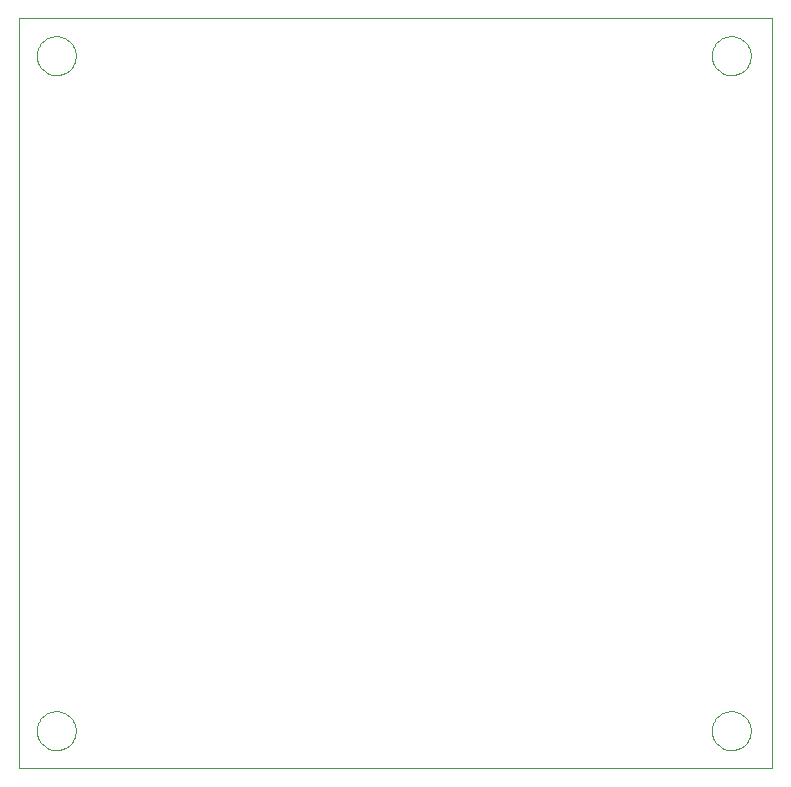
<source format=gtp>
G75*
G70*
%OFA0B0*%
%FSLAX24Y24*%
%IPPOS*%
%LPD*%
%AMOC8*
5,1,8,0,0,1.08239X$1,22.5*
%
%ADD10C,0.0000*%
D10*
X002146Y000100D02*
X002146Y025096D01*
X027266Y025096D01*
X027266Y000100D01*
X002146Y000100D01*
X002746Y001350D02*
X002748Y001400D01*
X002754Y001450D01*
X002764Y001500D01*
X002777Y001548D01*
X002794Y001596D01*
X002815Y001642D01*
X002839Y001686D01*
X002867Y001728D01*
X002898Y001768D01*
X002932Y001805D01*
X002969Y001840D01*
X003008Y001871D01*
X003049Y001900D01*
X003093Y001925D01*
X003139Y001947D01*
X003186Y001965D01*
X003234Y001979D01*
X003283Y001990D01*
X003333Y001997D01*
X003383Y002000D01*
X003434Y001999D01*
X003484Y001994D01*
X003534Y001985D01*
X003582Y001973D01*
X003630Y001956D01*
X003676Y001936D01*
X003721Y001913D01*
X003764Y001886D01*
X003804Y001856D01*
X003842Y001823D01*
X003877Y001787D01*
X003910Y001748D01*
X003939Y001707D01*
X003965Y001664D01*
X003988Y001619D01*
X004007Y001572D01*
X004022Y001524D01*
X004034Y001475D01*
X004042Y001425D01*
X004046Y001375D01*
X004046Y001325D01*
X004042Y001275D01*
X004034Y001225D01*
X004022Y001176D01*
X004007Y001128D01*
X003988Y001081D01*
X003965Y001036D01*
X003939Y000993D01*
X003910Y000952D01*
X003877Y000913D01*
X003842Y000877D01*
X003804Y000844D01*
X003764Y000814D01*
X003721Y000787D01*
X003676Y000764D01*
X003630Y000744D01*
X003582Y000727D01*
X003534Y000715D01*
X003484Y000706D01*
X003434Y000701D01*
X003383Y000700D01*
X003333Y000703D01*
X003283Y000710D01*
X003234Y000721D01*
X003186Y000735D01*
X003139Y000753D01*
X003093Y000775D01*
X003049Y000800D01*
X003008Y000829D01*
X002969Y000860D01*
X002932Y000895D01*
X002898Y000932D01*
X002867Y000972D01*
X002839Y001014D01*
X002815Y001058D01*
X002794Y001104D01*
X002777Y001152D01*
X002764Y001200D01*
X002754Y001250D01*
X002748Y001300D01*
X002746Y001350D01*
X025246Y001350D02*
X025248Y001400D01*
X025254Y001450D01*
X025264Y001500D01*
X025277Y001548D01*
X025294Y001596D01*
X025315Y001642D01*
X025339Y001686D01*
X025367Y001728D01*
X025398Y001768D01*
X025432Y001805D01*
X025469Y001840D01*
X025508Y001871D01*
X025549Y001900D01*
X025593Y001925D01*
X025639Y001947D01*
X025686Y001965D01*
X025734Y001979D01*
X025783Y001990D01*
X025833Y001997D01*
X025883Y002000D01*
X025934Y001999D01*
X025984Y001994D01*
X026034Y001985D01*
X026082Y001973D01*
X026130Y001956D01*
X026176Y001936D01*
X026221Y001913D01*
X026264Y001886D01*
X026304Y001856D01*
X026342Y001823D01*
X026377Y001787D01*
X026410Y001748D01*
X026439Y001707D01*
X026465Y001664D01*
X026488Y001619D01*
X026507Y001572D01*
X026522Y001524D01*
X026534Y001475D01*
X026542Y001425D01*
X026546Y001375D01*
X026546Y001325D01*
X026542Y001275D01*
X026534Y001225D01*
X026522Y001176D01*
X026507Y001128D01*
X026488Y001081D01*
X026465Y001036D01*
X026439Y000993D01*
X026410Y000952D01*
X026377Y000913D01*
X026342Y000877D01*
X026304Y000844D01*
X026264Y000814D01*
X026221Y000787D01*
X026176Y000764D01*
X026130Y000744D01*
X026082Y000727D01*
X026034Y000715D01*
X025984Y000706D01*
X025934Y000701D01*
X025883Y000700D01*
X025833Y000703D01*
X025783Y000710D01*
X025734Y000721D01*
X025686Y000735D01*
X025639Y000753D01*
X025593Y000775D01*
X025549Y000800D01*
X025508Y000829D01*
X025469Y000860D01*
X025432Y000895D01*
X025398Y000932D01*
X025367Y000972D01*
X025339Y001014D01*
X025315Y001058D01*
X025294Y001104D01*
X025277Y001152D01*
X025264Y001200D01*
X025254Y001250D01*
X025248Y001300D01*
X025246Y001350D01*
X025246Y023850D02*
X025248Y023900D01*
X025254Y023950D01*
X025264Y024000D01*
X025277Y024048D01*
X025294Y024096D01*
X025315Y024142D01*
X025339Y024186D01*
X025367Y024228D01*
X025398Y024268D01*
X025432Y024305D01*
X025469Y024340D01*
X025508Y024371D01*
X025549Y024400D01*
X025593Y024425D01*
X025639Y024447D01*
X025686Y024465D01*
X025734Y024479D01*
X025783Y024490D01*
X025833Y024497D01*
X025883Y024500D01*
X025934Y024499D01*
X025984Y024494D01*
X026034Y024485D01*
X026082Y024473D01*
X026130Y024456D01*
X026176Y024436D01*
X026221Y024413D01*
X026264Y024386D01*
X026304Y024356D01*
X026342Y024323D01*
X026377Y024287D01*
X026410Y024248D01*
X026439Y024207D01*
X026465Y024164D01*
X026488Y024119D01*
X026507Y024072D01*
X026522Y024024D01*
X026534Y023975D01*
X026542Y023925D01*
X026546Y023875D01*
X026546Y023825D01*
X026542Y023775D01*
X026534Y023725D01*
X026522Y023676D01*
X026507Y023628D01*
X026488Y023581D01*
X026465Y023536D01*
X026439Y023493D01*
X026410Y023452D01*
X026377Y023413D01*
X026342Y023377D01*
X026304Y023344D01*
X026264Y023314D01*
X026221Y023287D01*
X026176Y023264D01*
X026130Y023244D01*
X026082Y023227D01*
X026034Y023215D01*
X025984Y023206D01*
X025934Y023201D01*
X025883Y023200D01*
X025833Y023203D01*
X025783Y023210D01*
X025734Y023221D01*
X025686Y023235D01*
X025639Y023253D01*
X025593Y023275D01*
X025549Y023300D01*
X025508Y023329D01*
X025469Y023360D01*
X025432Y023395D01*
X025398Y023432D01*
X025367Y023472D01*
X025339Y023514D01*
X025315Y023558D01*
X025294Y023604D01*
X025277Y023652D01*
X025264Y023700D01*
X025254Y023750D01*
X025248Y023800D01*
X025246Y023850D01*
X002746Y023850D02*
X002748Y023900D01*
X002754Y023950D01*
X002764Y024000D01*
X002777Y024048D01*
X002794Y024096D01*
X002815Y024142D01*
X002839Y024186D01*
X002867Y024228D01*
X002898Y024268D01*
X002932Y024305D01*
X002969Y024340D01*
X003008Y024371D01*
X003049Y024400D01*
X003093Y024425D01*
X003139Y024447D01*
X003186Y024465D01*
X003234Y024479D01*
X003283Y024490D01*
X003333Y024497D01*
X003383Y024500D01*
X003434Y024499D01*
X003484Y024494D01*
X003534Y024485D01*
X003582Y024473D01*
X003630Y024456D01*
X003676Y024436D01*
X003721Y024413D01*
X003764Y024386D01*
X003804Y024356D01*
X003842Y024323D01*
X003877Y024287D01*
X003910Y024248D01*
X003939Y024207D01*
X003965Y024164D01*
X003988Y024119D01*
X004007Y024072D01*
X004022Y024024D01*
X004034Y023975D01*
X004042Y023925D01*
X004046Y023875D01*
X004046Y023825D01*
X004042Y023775D01*
X004034Y023725D01*
X004022Y023676D01*
X004007Y023628D01*
X003988Y023581D01*
X003965Y023536D01*
X003939Y023493D01*
X003910Y023452D01*
X003877Y023413D01*
X003842Y023377D01*
X003804Y023344D01*
X003764Y023314D01*
X003721Y023287D01*
X003676Y023264D01*
X003630Y023244D01*
X003582Y023227D01*
X003534Y023215D01*
X003484Y023206D01*
X003434Y023201D01*
X003383Y023200D01*
X003333Y023203D01*
X003283Y023210D01*
X003234Y023221D01*
X003186Y023235D01*
X003139Y023253D01*
X003093Y023275D01*
X003049Y023300D01*
X003008Y023329D01*
X002969Y023360D01*
X002932Y023395D01*
X002898Y023432D01*
X002867Y023472D01*
X002839Y023514D01*
X002815Y023558D01*
X002794Y023604D01*
X002777Y023652D01*
X002764Y023700D01*
X002754Y023750D01*
X002748Y023800D01*
X002746Y023850D01*
M02*

</source>
